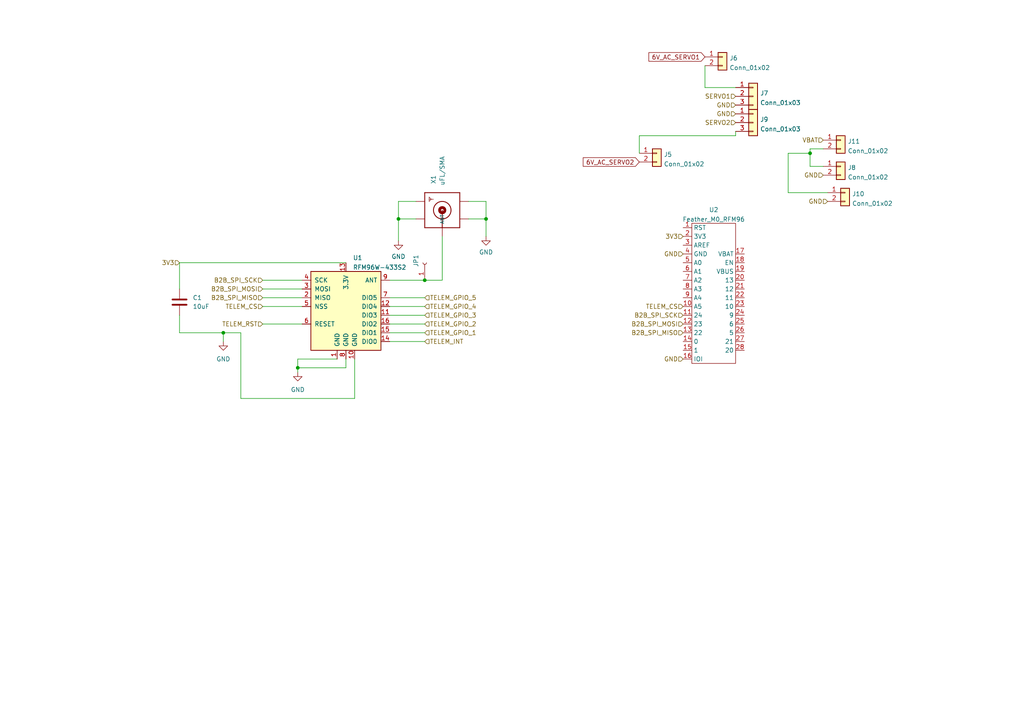
<source format=kicad_sch>
(kicad_sch (version 20211123) (generator eeschema)
  (paper "A4")
  (lib_symbols
    (symbol "Connector:Conn_01x01_Female" (pin_names (offset 1.016) hide)
      (property "Reference" "J" (at 0 2.54 0))
      (property "Value" "Conn_01x01_Female" (at 0 -2.54 0))
      (symbol "Conn_01x01_Female_1_1"
        (polyline (pts (xy -1.27 0) (xy -0.508 0)) (stroke (width 0.1524)))
        (arc (start 0 0.508) (mid -0.508 0) (end 0 -0.508) (stroke (width 0.1524)))
        (pin passive line (at -5.08 0 0) (length 3.81) (name "Pin_1") (number "1"))
      )
    )
    (symbol "Connector_Generic:Conn_01x02" (pin_names (offset 1.016) hide)
      (property "Reference" "J" (at 0 2.54 0))
      (property "Value" "Conn_01x02" (at 0 -5.08 0))
      (symbol "Conn_01x02_1_1"
        (rectangle (start -1.27 -2.413) (end 0 -2.667) (stroke (width 0.1524)))
        (rectangle (start -1.27 0.127) (end 0 -0.127) (stroke (width 0.1524)))
        (rectangle (start -1.27 1.27) (end 1.27 -3.81) (stroke (width 0.254)) (fill (type background)))
        (pin passive line (at -5.08 0 0) (length 3.81) (name "Pin_1") (number "1"))
        (pin passive line (at -5.08 -2.54 0) (length 3.81) (name "Pin_2") (number "2"))
      )
    )
    (symbol "Connector_Generic:Conn_01x03" (pin_names (offset 1.016) hide)
      (property "Reference" "J" (at 0 5.08 0))
      (property "Value" "Conn_01x03" (at 0 -5.08 0))
      (symbol "Conn_01x03_1_1"
        (rectangle (start -1.27 -2.413) (end 0 -2.667) (stroke (width 0.1524)))
        (rectangle (start -1.27 0.127) (end 0 -0.127) (stroke (width 0.1524)))
        (rectangle (start -1.27 2.667) (end 0 2.413) (stroke (width 0.1524)))
        (rectangle (start -1.27 3.81) (end 1.27 -3.81) (stroke (width 0.254)) (fill (type background)))
        (pin passive line (at -5.08 2.54 0) (length 3.81) (name "Pin_1") (number "1"))
        (pin passive line (at -5.08 0 0) (length 3.81) (name "Pin_2") (number "2"))
        (pin passive line (at -5.08 -2.54 0) (length 3.81) (name "Pin_3") (number "3"))
      )
    )
    (symbol "Connector_Generic:Conn_02x12_Odd_Even" (pin_names (offset 1.016) hide)
      (property "Reference" "J" (at 1.27 15.24 0))
      (property "Value" "Conn_02x12_Odd_Even" (at 1.27 -17.78 0))
      (symbol "Conn_02x12_Odd_Even_1_1"
        (rectangle (start -1.27 -15.113) (end 0 -15.367) (stroke (width 0.1524)))
        (rectangle (start -1.27 -12.573) (end 0 -12.827) (stroke (width 0.1524)))
        (rectangle (start -1.27 -10.033) (end 0 -10.287) (stroke (width 0.1524)))
        (rectangle (start -1.27 -7.493) (end 0 -7.747) (stroke (width 0.1524)))
        (rectangle (start -1.27 -4.953) (end 0 -5.207) (stroke (width 0.1524)))
        (rectangle (start -1.27 -2.413) (end 0 -2.667) (stroke (width 0.1524)))
        (rectangle (start -1.27 0.127) (end 0 -0.127) (stroke (width 0.1524)))
        (rectangle (start -1.27 2.667) (end 0 2.413) (stroke (width 0.1524)))
        (rectangle (start -1.27 5.207) (end 0 4.953) (stroke (width 0.1524)))
        (rectangle (start -1.27 7.747) (end 0 7.493) (stroke (width 0.1524)))
        (rectangle (start -1.27 10.287) (end 0 10.033) (stroke (width 0.1524)))
        (rectangle (start -1.27 12.827) (end 0 12.573) (stroke (width 0.1524)))
        (rectangle (start -1.27 13.97) (end 3.81 -16.51) (stroke (width 0.254)) (fill (type background)))
        (rectangle (start 3.81 -15.113) (end 2.54 -15.367) (stroke (width 0.1524)))
        (rectangle (start 3.81 -12.573) (end 2.54 -12.827) (stroke (width 0.1524)))
        (rectangle (start 3.81 -10.033) (end 2.54 -10.287) (stroke (width 0.1524)))
        (rectangle (start 3.81 -7.493) (end 2.54 -7.747) (stroke (width 0.1524)))
        (rectangle (start 3.81 -4.953) (end 2.54 -5.207) (stroke (width 0.1524)))
        (rectangle (start 3.81 -2.413) (end 2.54 -2.667) (stroke (width 0.1524)))
        (rectangle (start 3.81 0.127) (end 2.54 -0.127) (stroke (width 0.1524)))
        (rectangle (start 3.81 2.667) (end 2.54 2.413) (stroke (width 0.1524)))
        (rectangle (start 3.81 5.207) (end 2.54 4.953) (stroke (width 0.1524)))
        (rectangle (start 3.81 7.747) (end 2.54 7.493) (stroke (width 0.1524)))
        (rectangle (start 3.81 10.287) (end 2.54 10.033) (stroke (width 0.1524)))
        (rectangle (start 3.81 12.827) (end 2.54 12.573) (stroke (width 0.1524)))
        (pin passive line (at -5.08 12.7 0) (length 3.81) (name "Pin_1") (number "1"))
        (pin passive line (at 7.62 2.54 180) (length 3.81) (name "Pin_10") (number "10"))
        (pin passive line (at -5.08 0 0) (length 3.81) (name "Pin_11") (number "11"))
        (pin passive line (at 7.62 0 180) (length 3.81) (name "Pin_12") (number "12"))
        (pin passive line (at -5.08 -2.54 0) (length 3.81) (name "Pin_13") (number "13"))
        (pin passive line (at 7.62 -2.54 180) (length 3.81) (name "Pin_14") (number "14"))
        (pin passive line (at -5.08 -5.08 0) (length 3.81) (name "Pin_15") (number "15"))
        (pin passive line (at 7.62 -5.08 180) (length 3.81) (name "Pin_16") (number "16"))
        (pin passive line (at -5.08 -7.62 0) (length 3.81) (name "Pin_17") (number "17"))
        (pin passive line (at 7.62 -7.62 180) (length 3.81) (name "Pin_18") (number "18"))
        (pin passive line (at -5.08 -10.16 0) (length 3.81) (name "Pin_19") (number "19"))
        (pin passive line (at 7.62 12.7 180) (length 3.81) (name "Pin_2") (number "2"))
        (pin passive line (at 7.62 -10.16 180) (length 3.81) (name "Pin_20") (number "20"))
        (pin passive line (at -5.08 -12.7 0) (length 3.81) (name "Pin_21") (number "21"))
        (pin passive line (at 7.62 -12.7 180) (length 3.81) (name "Pin_22") (number "22"))
        (pin passive line (at -5.08 -15.24 0) (length 3.81) (name "Pin_23") (number "23"))
        (pin passive line (at 7.62 -15.24 180) (length 3.81) (name "Pin_24") (number "24"))
        (pin passive line (at -5.08 10.16 0) (length 3.81) (name "Pin_3") (number "3"))
        (pin passive line (at 7.62 10.16 180) (length 3.81) (name "Pin_4") (number "4"))
        (pin passive line (at -5.08 7.62 0) (length 3.81) (name "Pin_5") (number "5"))
        (pin passive line (at 7.62 7.62 180) (length 3.81) (name "Pin_6") (number "6"))
        (pin passive line (at -5.08 5.08 0) (length 3.81) (name "Pin_7") (number "7"))
        (pin passive line (at 7.62 5.08 180) (length 3.81) (name "Pin_8") (number "8"))
        (pin passive line (at -5.08 2.54 0) (length 3.81) (name "Pin_9") (number "9"))
      )
    )
    (symbol "D24V50F5:C" (pin_numbers hide) (pin_names (offset 0.254))
      (property "Reference" "C" (at 0.635 2.54 0))
      (property "Value" "C" (at 0.635 -2.54 0))
      (symbol "C_0_1"
        (polyline (pts (xy -2.032 -0.762) (xy 2.032 -0.762)) (stroke (width 0.508)))
        (polyline (pts (xy -2.032 0.762) (xy 2.032 0.762)) (stroke (width 0.508)))
      )
      (symbol "C_1_1"
        (pin passive line (at 0 3.81 270) (length 2.794) (name "~") (number "1"))
        (pin passive line (at 0 -3.81 90) (length 2.794) (name "~") (number "2"))
      )
    )
    (symbol "Feather:Feather_M0_RFM96"
      (property "Reference" "U" (at 0 -19.05 0))
      (property "Value" "Feather_M0_RFM96" (at 0 -24.13 0))
      (symbol "Feather_M0_RFM96_0_1"
        (rectangle (start -6.35 20.32) (end 6.35 -20.32) (stroke (width 0.1524)))
      )
      (symbol "Feather_M0_RFM96_1_1"
        (pin input line (at -8.89 19.05 0) (length 2.54) (name "RST") (number "1"))
        (pin input line (at -8.89 -3.81 0) (length 2.54) (name "A5") (number "10"))
        (pin input line (at -8.89 -6.35 0) (length 2.54) (name "24") (number "11"))
        (pin input line (at -8.89 -8.89 0) (length 2.54) (name "23") (number "12"))
        (pin input line (at -8.89 -11.43 0) (length 2.54) (name "22") (number "13"))
        (pin input line (at -8.89 -13.97 0) (length 2.54) (name "0") (number "14"))
        (pin input line (at -8.89 -16.51 0) (length 2.54) (name "1") (number "15"))
        (pin input line (at -8.89 -19.05 0) (length 2.54) (name "IOI") (number "16"))
        (pin input line (at 8.89 11.43 180) (length 2.54) (name "VBAT") (number "17"))
        (pin input line (at 8.89 8.89 180) (length 2.54) (name "EN") (number "18"))
        (pin input line (at 8.89 6.35 180) (length 2.54) (name "VBUS") (number "19"))
        (pin input line (at -8.89 16.51 0) (length 2.54) (name "3V3") (number "2"))
        (pin input line (at 8.89 3.81 180) (length 2.54) (name "13") (number "20"))
        (pin input line (at 8.89 1.27 180) (length 2.54) (name "12") (number "21"))
        (pin input line (at 8.89 -1.27 180) (length 2.54) (name "11") (number "22"))
        (pin input line (at 8.89 -3.81 180) (length 2.54) (name "10") (number "23"))
        (pin input line (at 8.89 -6.35 180) (length 2.54) (name "9") (number "24"))
        (pin input line (at 8.89 -8.89 180) (length 2.54) (name "6") (number "25"))
        (pin input line (at 8.89 -11.43 180) (length 2.54) (name "5") (number "26"))
        (pin input line (at 8.89 -13.97 180) (length 2.54) (name "21") (number "27"))
        (pin input line (at 8.89 -16.51 180) (length 2.54) (name "20") (number "28"))
        (pin input line (at -8.89 13.97 0) (length 2.54) (name "AREF") (number "3"))
        (pin input line (at -8.89 11.43 0) (length 2.54) (name "GND") (number "4"))
        (pin input line (at -8.89 8.89 0) (length 2.54) (name "A0") (number "5"))
        (pin input line (at -8.89 6.35 0) (length 2.54) (name "A1") (number "6"))
        (pin input line (at -8.89 3.81 0) (length 2.54) (name "A2") (number "7"))
        (pin input line (at -8.89 1.27 0) (length 2.54) (name "A3") (number "8"))
        (pin input line (at -8.89 -1.27 0) (length 2.54) (name "A4") (number "9"))
      )
    )
    (symbol "RF_Module:RFM96W-433S2" (pin_names (offset 1.016))
      (property "Reference" "U" (at -10.414 11.684 0))
      (property "Value" "RFM96W-433S2" (at 1.524 11.43 0))
      (symbol "RFM96W-433S2_0_1"
        (rectangle (start -10.16 10.16) (end 10.16 -12.7) (stroke (width 0.254)) (fill (type background)))
      )
      (symbol "RFM96W-433S2_1_1"
        (pin power_in line (at -2.54 -15.24 90) (length 2.54) (name "GND") (number "1"))
        (pin power_in line (at 2.54 -15.24 90) (length 2.54) (name "GND") (number "10"))
        (pin bidirectional line (at 12.7 -2.54 180) (length 2.54) (name "DIO3") (number "11"))
        (pin bidirectional line (at 12.7 0 180) (length 2.54) (name "DIO4") (number "12"))
        (pin power_in line (at 0 12.7 270) (length 2.54) (name "3.3V") (number "13"))
        (pin bidirectional line (at 12.7 -10.16 180) (length 2.54) (name "DIO0") (number "14"))
        (pin bidirectional line (at 12.7 -7.62 180) (length 2.54) (name "DIO1") (number "15"))
        (pin bidirectional line (at 12.7 -5.08 180) (length 2.54) (name "DIO2") (number "16"))
        (pin output line (at -12.7 2.54 0) (length 2.54) (name "MISO") (number "2"))
        (pin input line (at -12.7 5.08 0) (length 2.54) (name "MOSI") (number "3"))
        (pin input line (at -12.7 7.62 0) (length 2.54) (name "SCK") (number "4"))
        (pin input line (at -12.7 0 0) (length 2.54) (name "NSS") (number "5"))
        (pin bidirectional line (at -12.7 -5.08 0) (length 2.54) (name "RESET") (number "6"))
        (pin bidirectional line (at 12.7 2.54 180) (length 2.54) (name "DIO5") (number "7"))
        (pin power_in line (at 0 -15.24 90) (length 2.54) (name "GND") (number "8"))
        (pin bidirectional line (at 12.7 7.62 180) (length 2.54) (name "ANT") (number "9"))
      )
    )
    (symbol "SENSOR_SUITE-rescue:SMACONNECTOR-SMACONNECTOR-SENSOR_SUITE-rescue" (pin_numbers hide) (pin_names (offset 1.016))
      (property "Reference" "X" (at 7.62 2.54 0))
      (property "Value" "SMACONNECTOR-SMACONNECTOR-SENSOR_SUITE-rescue" (at 7.62 0 0))
      (symbol "SMACONNECTOR-SMACONNECTOR-SENSOR_SUITE-rescue_0_0"
        (polyline (pts (xy -5.08 -5.08) (xy -5.08 0)) (stroke (width 0.254)))
        (polyline (pts (xy -5.08 0) (xy -5.08 5.08)) (stroke (width 0.254)))
        (polyline (pts (xy -5.08 0) (xy 0 0)) (stroke (width 0.254)))
        (polyline (pts (xy -5.08 5.08) (xy 5.08 5.08)) (stroke (width 0.254)))
        (polyline (pts (xy 2.54 3.81) (xy 3.175 3.81)) (stroke (width 0.127)))
        (polyline (pts (xy 3.175 3.175) (xy 2.54 3.81)) (stroke (width 0.127)))
        (polyline (pts (xy 3.175 3.81) (xy 3.175 2.54)) (stroke (width 0.127)))
        (polyline (pts (xy 3.175 3.81) (xy 3.81 3.81)) (stroke (width 0.127)))
        (polyline (pts (xy 3.81 3.81) (xy 3.175 3.175)) (stroke (width 0.127)))
        (polyline (pts (xy 5.08 -5.08) (xy -5.08 -5.08)) (stroke (width 0.254)))
        (polyline (pts (xy 5.08 5.08) (xy 5.08 -5.08)) (stroke (width 0.254)))
        (circle (center 0 0) (radius 0.3556) (stroke (width 0.8128)))
        (circle (center 0 0) (radius 2.54) (stroke (width 0.254)))
        (pin bidirectional line (at -7.62 0 0) (length 2.54) (name "ANT") (number "ANTENNA"))
        (pin power_in line (at -2.54 7.62 270) (length 2.54) (name "~") (number "GND1"))
        (pin power_in line (at 2.54 7.62 270) (length 2.54) (name "~") (number "GND2"))
        (pin power_in line (at -2.54 -7.62 90) (length 2.54) (name "~") (number "GND3"))
        (pin power_in line (at 2.54 -7.62 90) (length 2.54) (name "~") (number "GND4"))
      )
    )
    (symbol "power:GND" (power) (pin_names (offset 0))
      (property "Value" "GND" (at 0 -3.81 0))
      (symbol "GND_0_1"
        (polyline (pts (xy 0 0) (xy 0 -1.27) (xy 1.27 -1.27) (xy 0 -2.54) (xy -1.27 -1.27) (xy 0 -1.27)))
      )
      (symbol "GND_1_1"
        (pin power_in line (at 0 0 270) (length 0) hide (name "GND") (number "1"))
      )
    )
  )
  (junction (at 140.97 63.5))
  (junction (at 115.57 63.5))
  (junction (at 86.36 106.68))
  (junction (at 234.95 44.45))
  (junction (at 123.19 81.28))
  (junction (at 64.77 96.52))
  (wire (pts (xy 135.89 63.5) (xy 140.97 63.5)))
  (wire (pts (xy 238.76 43.18) (xy 234.95 43.18)))
  (wire (pts (xy 140.97 63.5) (xy 140.97 58.42)))
  (wire (pts (xy 69.85 96.52) (xy 64.77 96.52)))
  (wire (pts (xy 64.77 96.52) (xy 64.77 99.06)))
  (wire (pts (xy 86.36 104.14) (xy 86.36 106.68)))
  (wire (pts (xy 113.03 93.98) (xy 123.19 93.98)))
  (wire (pts (xy 76.2 86.36) (xy 87.63 86.36)))
  (wire (pts (xy 115.57 63.5) (xy 115.57 69.85)))
  (wire (pts (xy 113.03 86.36) (xy 123.19 86.36)))
  (wire (pts (xy 102.87 104.14) (xy 102.87 115.57)))
  (wire (pts (xy 113.03 96.52) (xy 123.19 96.52)))
  (wire (pts (xy 76.2 88.9) (xy 87.63 88.9)))
  (wire (pts (xy 76.2 81.28) (xy 87.63 81.28)))
  (wire (pts (xy 185.42 44.45) (xy 185.42 39.37)))
  (wire (pts (xy 100.33 106.68) (xy 86.36 106.68)))
  (wire (pts (xy 228.6 55.88) (xy 228.6 44.45)))
  (wire (pts (xy 115.57 63.5) (xy 115.57 58.42)))
  (wire (pts (xy 52.07 96.52) (xy 64.77 96.52)))
  (wire (pts (xy 113.03 81.28) (xy 123.19 81.28)))
  (wire (pts (xy 102.87 115.57) (xy 69.85 115.57)))
  (wire (pts (xy 76.2 93.98) (xy 87.63 93.98)))
  (wire (pts (xy 86.36 106.68) (xy 86.36 107.95)))
  (wire (pts (xy 113.03 88.9) (xy 123.19 88.9)))
  (wire (pts (xy 140.97 63.5) (xy 140.97 68.58)))
  (wire (pts (xy 128.27 81.28) (xy 128.27 68.58)))
  (wire (pts (xy 204.47 19.05) (xy 204.47 25.4)))
  (wire (pts (xy 234.95 48.26) (xy 238.76 48.26)))
  (wire (pts (xy 97.79 104.14) (xy 86.36 104.14)))
  (wire (pts (xy 213.36 39.37) (xy 213.36 38.1)))
  (wire (pts (xy 240.03 55.88) (xy 228.6 55.88)))
  (wire (pts (xy 100.33 104.14) (xy 100.33 106.68)))
  (wire (pts (xy 52.07 91.44) (xy 52.07 96.52)))
  (wire (pts (xy 234.95 44.45) (xy 234.95 48.26)))
  (wire (pts (xy 120.65 58.42) (xy 115.57 58.42)))
  (wire (pts (xy 69.85 115.57) (xy 69.85 96.52)))
  (wire (pts (xy 204.47 25.4) (xy 213.36 25.4)))
  (wire (pts (xy 234.95 43.18) (xy 234.95 44.45)))
  (wire (pts (xy 185.42 39.37) (xy 213.36 39.37)))
  (wire (pts (xy 113.03 91.44) (xy 123.19 91.44)))
  (wire (pts (xy 52.07 83.82) (xy 52.07 76.2)))
  (wire (pts (xy 76.2 83.82) (xy 87.63 83.82)))
  (wire (pts (xy 123.19 81.28) (xy 128.27 81.28)))
  (wire (pts (xy 120.65 63.5) (xy 115.57 63.5)))
  (wire (pts (xy 113.03 99.06) (xy 123.19 99.06)))
  (wire (pts (xy 228.6 44.45) (xy 234.95 44.45)))
  (wire (pts (xy 52.07 76.2) (xy 100.33 76.2)))
  (wire (pts (xy 140.97 58.42) (xy 135.89 58.42)))
  (global_label "6V_AC_SERVO2" (shape input) (at 127 -48.26 0) (property "Intersheet References" "${INTERSHEET_REFS}" (effects hide)))
  (global_label "6V_AC_SERVO1" (shape input) (at 204.47 16.51 180) (property "Intersheet References" "${INTERSHEET_REFS}" (effects hide)))
  (global_label "6V_AC_SERVO2" (shape input) (at 120.65 -2.54 180) (property "Intersheet References" "${INTERSHEET_REFS}" (effects hide)))
  (global_label "6V_AC_SERVO1" (shape input) (at 38.1 -7.62 180) (property "Intersheet References" "${INTERSHEET_REFS}" (effects hide)))
  (global_label "6V_AC_SERVO2" (shape input) (at 185.42 46.99 180) (property "Intersheet References" "${INTERSHEET_REFS}" (effects hide)))
  (global_label "6V_AC_SERVO1" (shape input) (at 50.8 -48.26 0) (property "Intersheet References" "${INTERSHEET_REFS}" (effects hide)))
  (hierarchical_label "B2B_SPI_MOSI" (shape input) (at 198.12 93.98 180))
  (hierarchical_label "B2B_GPIO_11" (shape input) (at 120.65 -27.94 180))
  (hierarchical_label "TELEM_GPIO_1" (shape input) (at 38.1 -17.78 180))
  (hierarchical_label "GND" (shape input) (at 133.35 -20.32 0))
  (hierarchical_label "GND" (shape input) (at 38.1 -63.5 180))
  (hierarchical_label "TELEM_GPIO_1" (shape input) (at 123.19 96.52 0))
  (hierarchical_label "TELEM_RST" (shape input) (at 50.8 -66.04 0))
  (hierarchical_label "GND" (shape input) (at 114.3 -66.04 180))
  (hierarchical_label "TELEM_GPIO_2" (shape input) (at 38.1 -15.24 180))
  (hierarchical_label "CONT_GND" (shape input) (at 114.3 -60.96 180))
  (hierarchical_label "TELEM_GPIO_4" (shape input) (at 123.19 88.9 0))
  (hierarchical_label "SERVO1" (shape input) (at 114.3 -55.88 180))
  (hierarchical_label "TELEM_GPIO_5" (shape input) (at 133.35 -12.7 0))
  (hierarchical_label "B2B_SPI_MISO" (shape input) (at 50.8 -12.7 0))
  (hierarchical_label "TELEM_CS" (shape input) (at 50.8 -71.12 0))
  (hierarchical_label "B2B_I2C_SDA" (shape input) (at 38.1 -48.26 180))
  (hierarchical_label "B2B_GPIO_19" (shape input) (at 120.65 -7.62 180))
  (hierarchical_label "TELEM_GPIO_1" (shape input) (at 50.8 -58.42 0))
  (hierarchical_label "5V" (shape input) (at 50.8 -30.48 0))
  (hierarchical_label "5V" (shape input) (at 114.3 -71.12 180))
  (hierarchical_label "B2B_GPIO_19" (shape input) (at 127 -53.34 0))
  (hierarchical_label "B2B_GPIO_13" (shape input) (at 120.65 -22.86 180))
  (hierarchical_label "B2B_GPIO_8" (shape input) (at 133.35 -5.08 0))
  (hierarchical_label "TELEM_INT" (shape input) (at 50.8 -68.58 0))
  (hierarchical_label "VBAT" (shape input) (at 238.76 40.64 180))
  (hierarchical_label "GND" (shape input) (at 238.76 50.8 180))
  (hierarchical_label "SERVO1" (shape input) (at 213.36 27.94 180))
  (hierarchical_label "TELEM_INT" (shape input) (at 123.19 99.06 0))
  (hierarchical_label "TELEM_INT" (shape input) (at 38.1 -27.94 180))
  (hierarchical_label "CONT_3V3" (shape input) (at 50.8 -20.32 0))
  (hierarchical_label "POWER_STATE" (shape input) (at 50.8 -63.5 0))
  (hierarchical_label "5V" (shape input) (at 38.1 -71.12 180))
  (hierarchical_label "VBAT" (shape input) (at 38.1 -76.2 180))
  (hierarchical_label "3V3" (shape input) (at 38.1 -68.58 180))
  (hierarchical_label "B2B_SPI_SCK" (shape input) (at 38.1 -58.42 180))
  (hierarchical_label "B2B_GPIO_10" (shape input) (at 127 -76.2 0))
  (hierarchical_label "SERVO2" (shape input) (at 114.3 -53.34 180))
  (hierarchical_label "B2B_GPIO_17" (shape input) (at 120.65 -12.7 180))
  (hierarchical_label "B2B_GPIO_15" (shape input) (at 120.65 -17.78 180))
  (hierarchical_label "TELEM_CS" (shape input) (at 38.1 -30.48 180))
  (hierarchical_label "TELEM_GPIO_5" (shape input) (at 123.19 86.36 0))
  (hierarchical_label "TELEM_GPIO_2" (shape input) (at 123.19 93.98 0))
  (hierarchical_label "B2B_GPIO_10" (shape input) (at 120.65 -30.48 180))
  (hierarchical_label "B2B_GPIO_20" (shape input) (at 127 -50.8 0))
  (hierarchical_label "TELEM_CS" (shape input) (at 198.12 88.9 180))
  (hierarchical_label "9V" (shape input) (at 133.35 -27.94 0))
  (hierarchical_label "VBAT" (shape input) (at 50.8 -35.56 0))
  (hierarchical_label "CONT_GND" (shape input) (at 133.35 -15.24 0))
  (hierarchical_label "B2B_GPIO_16" (shape input) (at 127 -60.96 0))
  (hierarchical_label "POWER_STATE" (shape input) (at 38.1 -22.86 180))
  (hierarchical_label "POWER_RESET" (shape input) (at 50.8 -60.96 0))
  (hierarchical_label "B2B_GPIO_18" (shape input) (at 120.65 -10.16 180))
  (hierarchical_label "B2B_SPI_MOSI" (shape input) (at 76.2 83.82 180))
  (hierarchical_label "SERVO2" (shape input) (at 213.36 35.56 180))
  (hierarchical_label "TELEM_GPIO_4" (shape input) (at 38.1 -10.16 180))
  (hierarchical_label "3V3" (shape input) (at 133.35 -22.86 0))
  (hierarchical_label "SERVO1" (shape input) (at 133.35 -10.16 0))
  (hierarchical_label "GND" (shape input) (at 240.03 58.42 180))
  (hierarchical_label "3V3" (shape input) (at 114.3 -68.58 180))
  (hierarchical_label "B2B_SPI_MISO" (shape input) (at 76.2 86.36 180))
  (hierarchical_label "GND" (shape input) (at 114.3 -63.5 180))
  (hierarchical_label "B2B_I2C_SCL" (shape input) (at 50.8 -10.16 0))
  (hierarchical_label "B2B_GPIO_12" (shape input) (at 127 -71.12 0))
  (hierarchical_label "TELEM_GPIO_3" (shape input) (at 50.8 -53.34 0))
  (hierarchical_label "POWER_RESET" (shape input) (at 38.1 -20.32 180))
  (hierarchical_label "VBAT" (shape input) (at 133.35 -30.48 0))
  (hierarchical_label "B2B_I2C_SCL" (shape input) (at 38.1 -50.8 180))
  (hierarchical_label "B2B_SPI_MOSI" (shape input) (at 50.8 -15.24 0))
  (hierarchical_label "B2B_GPIO_20" (shape input) (at 120.65 -5.08 180))
  (hierarchical_label "TELEM_RST" (shape input) (at 76.2 93.98 180))
  (hierarchical_label "B2B_GPIO_8" (shape input) (at 114.3 -50.8 180))
  (hierarchical_label "GND" (shape input) (at 133.35 -17.78 0))
  (hierarchical_label "B2B_I2C_SDA" (shape input) (at 50.8 -7.62 0))
  (hierarchical_label "GND" (shape input) (at 198.12 73.66 180))
  (hierarchical_label "9V" (shape input) (at 38.1 -73.66 180))
  (hierarchical_label "3V3" (shape input) (at 50.8 -27.94 0))
  (hierarchical_label "TELEM_RST" (shape input) (at 38.1 -25.4 180))
  (hierarchical_label "B2B_GPIO_9" (shape input) (at 133.35 -2.54 0))
  (hierarchical_label "TELEM_GPIO_3" (shape input) (at 123.19 91.44 0))
  (hierarchical_label "B2B_UART_SDO" (shape input) (at 50.8 -73.66 0))
  (hierarchical_label "B2B_GPIO_14" (shape input) (at 120.65 -20.32 180))
  (hierarchical_label "B2B_GPIO_9" (shape input) (at 114.3 -48.26 180))
  (hierarchical_label "VBAT" (shape input) (at 114.3 -76.2 180))
  (hierarchical_label "TELEM_CS" (shape input) (at 76.2 88.9 180))
  (hierarchical_label "5V" (shape input) (at 133.35 -25.4 0))
  (hierarchical_label "TELEM_GPIO_2" (shape input) (at 50.8 -55.88 0))
  (hierarchical_label "B2B_UART_SDI" (shape input) (at 38.1 -35.56 180))
  (hierarchical_label "GND" (shape input) (at 50.8 -25.4 0))
  (hierarchical_label "B2B_GPIO_15" (shape input) (at 127 -63.5 0))
  (hierarchical_label "B2B_UART_SDI" (shape input) (at 50.8 -76.2 0))
  (hierarchical_label "B2B_GPIO_16" (shape input) (at 120.65 -15.24 180))
  (hierarchical_label "CONT_3V3" (shape input) (at 38.1 -60.96 180))
  (hierarchical_label "B2B_GPIO_11" (shape input) (at 127 -73.66 0))
  (hierarchical_label "B2B_SPI_MOSI" (shape input) (at 38.1 -55.88 180))
  (hierarchical_label "3V3" (shape input) (at 198.12 68.58 180))
  (hierarchical_label "B2B_GPIO_17" (shape input) (at 127 -58.42 0))
  (hierarchical_label "B2B_SPI_SCK" (shape input) (at 50.8 -17.78 0))
  (hierarchical_label "3V3" (shape input) (at 52.07 76.2 180))
  (hierarchical_label "GND" (shape input) (at 38.1 -66.04 180))
  (hierarchical_label "B2B_SPI_SCK" (shape input) (at 76.2 81.28 180))
  (hierarchical_label "B2B_SPI_MISO" (shape input) (at 38.1 -53.34 180))
  (hierarchical_label "GND" (shape input) (at 50.8 -22.86 0))
  (hierarchical_label "SERVO2" (shape input) (at 133.35 -7.62 0))
  (hierarchical_label "TELEM_GPIO_4" (shape input) (at 50.8 -50.8 0))
  (hierarchical_label "9V" (shape input) (at 50.8 -33.02 0))
  (hierarchical_label "TELEM_GPIO_5" (shape input) (at 114.3 -58.42 180))
  (hierarchical_label "B2B_GPIO_13" (shape input) (at 127 -68.58 0))
  (hierarchical_label "TELEM_GPIO_3" (shape input) (at 38.1 -12.7 180))
  (hierarchical_label "B2B_GPIO_14" (shape input) (at 127 -66.04 0))
  (hierarchical_label "9V" (shape input) (at 114.3 -73.66 180))
  (hierarchical_label "B2B_SPI_SCK" (shape input) (at 198.12 91.44 180))
  (hierarchical_label "GND" (shape input) (at 198.12 104.14 180))
  (hierarchical_label "B2B_GPIO_12" (shape input) (at 120.65 -25.4 180))
  (hierarchical_label "B2B_GPIO_18" (shape input) (at 127 -55.88 0))
  (hierarchical_label "GND" (shape input) (at 213.36 30.48 180))
  (hierarchical_label "B2B_UART_SDO" (shape input) (at 38.1 -33.02 180))
  (hierarchical_label "GND" (shape input) (at 213.36 33.02 180))
  (hierarchical_label "B2B_SPI_MISO" (shape input) (at 198.12 96.52 180))
  (symbol (lib_id "SENSOR_SUITE-rescue:SMACONNECTOR-SMACONNECTOR-SENSOR_SUITE-rescue") (at 128.27 60.96 90) (unit 1)
    (property "Reference" "X1" (at 125.73 52.07 0))
    (property "Value" "uFL/SMA" (at 128.27 49.53 0))
    (property "Footprint" "uFL:uFL" (effects hide))
  )
  (symbol (lib_id "Feather:Feather_M0_RFM96") (at 207.01 85.09 0) (unit 1) (in_bom no) (on_board no)
    (property "Reference" "U2" (at 207.01 60.8543 0))
    (property "Value" "Feather_M0_RFM96" (at 207.01 63.6294 0))
    (property "Footprint" "Feather:feather-m0-RFM69" (effects hide))
  )
  (symbol (lib_id "power:GND") (at 115.57 69.85 0) (unit 1)
    (property "Reference" "#PWR0103" (effects hide))
    (property "Value" "GND" (at 115.57 74.4125 0))
  )
  (symbol (lib_id "power:GND") (at 86.36 107.95 0) (unit 1)
    (property "Reference" "#PWR0101" (effects hide))
    (property "Value" "GND" (at 86.36 113.03 0))
  )
  (symbol (lib_id "Connector_Generic:Conn_02x12_Odd_Even") (at 119.38 -63.5 0) (unit 1)
    (property "Reference" "J3" (at 120.65 -81.4365 0))
    (property "Value" "Conn_02x12_Odd_Even" (at 120.65 -78.6614 0))
    (property "Footprint" "Connector_PinHeader_2.54mm:PinHeader_2x12_P2.54mm_Vertical_SMD" (effects hide))
  )
  (symbol (lib_id "Connector_Generic:Conn_01x03") (at 218.44 27.94 0) (unit 1)
    (property "Reference" "J7" (at 220.472 27.0315 0) (effects (justify left)))
    (property "Value" "Conn_01x03" (at 220.472 29.8066 0) (effects (justify left)))
    (property "Footprint" "Connector_Molex:Molex_Micro-Fit_3.0_43650-0300_1x03_P3.00mm_Horizontal" (effects hide))
  )
  (symbol (lib_id "Connector:Conn_01x01_Female") (at 123.19 76.2 90) (unit 1)
    (property "Reference" "JP1" (at 120.65 77.47 0) (effects (justify left)))
    (property "Value" "Conn_01x01_Female" (effects hide))
    (property "Footprint" "TestPoint:TestPoint_Pad_D1.0mm" (effects hide))
  )
  (symbol (lib_id "D24V50F5:C") (at 52.07 87.63 0) (unit 1)
    (property "Reference" "C1" (at 55.88 86.3599 0) (effects (justify left)))
    (property "Value" "10uF" (at 55.88 88.8999 0) (effects (justify left)))
    (property "Footprint" "Capacitor_SMD:C_0805_2012Metric" (effects hide))
  )
  (symbol (lib_id "Connector_Generic:Conn_02x12_Odd_Even") (at 43.18 -63.5 0) (unit 1)
    (property "Reference" "J1" (at 44.45 -81.4365 0))
    (property "Value" "Conn_02x12_Odd_Even" (at 44.45 -78.6614 0))
    (property "Footprint" "Connector_PinHeader_2.54mm:PinHeader_2x12_P2.54mm_Vertical_SMD" (effects hide))
  )
  (symbol (lib_id "power:GND") (at 64.77 99.06 0) (unit 1)
    (property "Reference" "#PWR0102" (effects hide))
    (property "Value" "GND" (at 64.77 104.14 0))
  )
  (symbol (lib_id "Connector_Generic:Conn_01x02") (at 243.84 48.26 0) (unit 1)
    (property "Reference" "J8" (at 245.872 48.6215 0) (effects (justify left)))
    (property "Value" "Conn_01x02" (at 245.872 51.3966 0) (effects (justify left)))
    (property "Footprint" "Connector_Molex:Molex_Micro-Fit_3.0_43650-0200_1x02_P3.00mm_Horizontal" (effects hide))
  )
  (symbol (lib_id "Connector_Generic:Conn_01x02") (at 245.11 55.88 0) (unit 1)
    (property "Reference" "J10" (at 247.142 56.2415 0) (effects (justify left)))
    (property "Value" "Conn_01x02" (at 247.142 59.0166 0) (effects (justify left)))
    (property "Footprint" "Connector_Molex:Molex_Micro-Fit_3.0_43650-0200_1x02_P3.00mm_Horizontal" (effects hide))
  )
  (symbol (lib_id "Connector_Generic:Conn_01x02") (at 190.5 44.45 0) (unit 1)
    (property "Reference" "J5" (at 192.532 44.8115 0) (effects (justify left)))
    (property "Value" "Conn_01x02" (at 192.532 47.5866 0) (effects (justify left)))
    (property "Footprint" "Connector_Molex:Molex_CLIK-Mate_502443-0270_1x02-1MP_P2.00mm_Vertical" (effects hide))
  )
  (symbol (lib_id "Connector_Generic:Conn_02x12_Odd_Even") (at 43.18 -22.86 0) (unit 1)
    (property "Reference" "J2" (at 44.45 -40.7965 0))
    (property "Value" "Conn_02x12_Odd_Even" (at 44.45 -38.0214 0))
    (property "Footprint" "Connector_PinHeader_2.54mm:PinHeader_2x12_P2.54mm_Vertical_SMD" (effects hide))
  )
  (symbol (lib_id "Connector_Generic:Conn_02x12_Odd_Even") (at 125.73 -17.78 0) (unit 1)
    (property "Reference" "J4" (at 127 -35.7165 0))
    (property "Value" "Conn_02x12_Odd_Even" (at 127 -32.9414 0))
    (property "Footprint" "Connector_PinHeader_2.54mm:PinHeader_2x12_P2.54mm_Vertical_SMD" (effects hide))
  )
  (symbol (lib_id "Connector_Generic:Conn_01x02") (at 209.55 16.51 0) (unit 1)
    (property "Reference" "J6" (at 211.582 16.8715 0) (effects (justify left)))
    (property "Value" "Conn_01x02" (at 211.582 19.6466 0) (effects (justify left)))
    (property "Footprint" "Connector_Molex:Molex_CLIK-Mate_502443-0270_1x02-1MP_P2.00mm_Vertical" (effects hide))
  )
  (symbol (lib_id "Connector_Generic:Conn_01x02") (at 243.84 40.64 0) (unit 1)
    (property "Reference" "J11" (at 245.872 41.0015 0) (effects (justify left)))
    (property "Value" "Conn_01x02" (at 245.872 43.7766 0) (effects (justify left)))
    (property "Footprint" "Connector_Molex:Molex_CLIK-Mate_502443-0270_1x02-1MP_P2.00mm_Vertical" (effects hide))
  )
  (symbol (lib_id "Connector_Generic:Conn_01x03") (at 218.44 35.56 0) (unit 1)
    (property "Reference" "J9" (at 220.472 34.6515 0) (effects (justify left)))
    (property "Value" "Conn_01x03" (at 220.472 37.4266 0) (effects (justify left)))
    (property "Footprint" "Connector_Molex:Molex_Micro-Fit_3.0_43650-0300_1x03_P3.00mm_Horizontal" (effects hide))
  )
  (symbol (lib_id "RF_Module:RFM96W-433S2") (at 100.33 88.9 0) (unit 1)
    (property "Reference" "U1" (at 102.3494 74.7735 0) (effects (justify left)))
    (property "Value" "RFM96W-433S2" (at 102.3494 77.5486 0) (effects (justify left)))
    (property "Footprint" "RF_Module:HOPERF_RFM9XW_SMD" (effects hide))
    (property "Datasheet" "https://www.hoperf.com/data/upload/portal/20181127/5bfcc0ac60235.pdf" (effects hide))
  )
  (symbol (lib_id "power:GND") (at 140.97 68.58 0) (unit 1)
    (property "Reference" "#PWR0105" (effects hide))
    (property "Value" "GND" (at 140.97 73.1425 0))
  )
)
</source>
